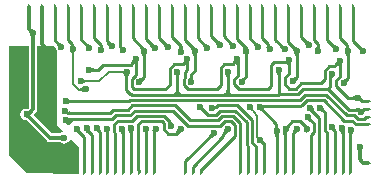
<source format=gbl>
G04*
G04 #@! TF.GenerationSoftware,Altium Limited,Altium Designer,20.0.10 (225)*
G04*
G04 Layer_Physical_Order=2*
G04 Layer_Color=16711680*
%FSLAX25Y25*%
%MOIN*%
G70*
G01*
G75*
%ADD10C,0.00787*%
%ADD42C,0.00984*%
%ADD43C,0.01181*%
%ADD44C,0.02362*%
G04:AMPARAMS|DCode=45|XSize=9.84mil|YSize=19.68mil|CornerRadius=4.92mil|HoleSize=0mil|Usage=FLASHONLY|Rotation=0.000|XOffset=0mil|YOffset=0mil|HoleType=Round|Shape=RoundedRectangle|*
%AMROUNDEDRECTD45*
21,1,0.00984,0.00984,0,0,0.0*
21,1,0.00000,0.01968,0,0,0.0*
1,1,0.00984,0.00000,-0.00492*
1,1,0.00984,0.00000,-0.00492*
1,1,0.00984,0.00000,0.00492*
1,1,0.00984,0.00000,0.00492*
%
%ADD45ROUNDEDRECTD45*%
G04:AMPARAMS|DCode=46|XSize=9.84mil|YSize=19.68mil|CornerRadius=4.92mil|HoleSize=0mil|Usage=FLASHONLY|Rotation=90.000|XOffset=0mil|YOffset=0mil|HoleType=Round|Shape=RoundedRectangle|*
%AMROUNDEDRECTD46*
21,1,0.00984,0.00984,0,0,90.0*
21,1,0.00000,0.01968,0,0,90.0*
1,1,0.00984,0.00492,0.00000*
1,1,0.00984,0.00492,0.00000*
1,1,0.00984,-0.00492,0.00000*
1,1,0.00984,-0.00492,0.00000*
%
%ADD46ROUNDEDRECTD46*%
G36*
X8143Y49290D02*
X8318Y49142D01*
X8401Y49082D01*
X8482Y49031D01*
X8561Y48989D01*
X8636Y48957D01*
X8709Y48935D01*
X8779Y48921D01*
X8846Y48917D01*
X7677Y47748D01*
X7673Y47816D01*
X7660Y47886D01*
X7637Y47958D01*
X7605Y48034D01*
X7564Y48112D01*
X7513Y48193D01*
X7453Y48276D01*
X7383Y48363D01*
X7216Y48543D01*
X8051Y49378D01*
X8143Y49290D01*
D02*
G37*
G36*
X9640Y46842D02*
X9600Y46783D01*
X9565Y46716D01*
X9534Y46640D01*
X9508Y46555D01*
X9487Y46462D01*
X9470Y46360D01*
X9458Y46250D01*
X9449Y46005D01*
X8268D01*
X8265Y46132D01*
X8247Y46360D01*
X8230Y46462D01*
X8209Y46555D01*
X8183Y46640D01*
X8152Y46716D01*
X8117Y46783D01*
X8076Y46842D01*
X8032Y46893D01*
X9685D01*
X9640Y46842D01*
D02*
G37*
G36*
X99962Y45296D02*
X100049Y45223D01*
X100137Y45158D01*
X100226Y45102D01*
X100316Y45055D01*
X100407Y45017D01*
X100498Y44987D01*
X100590Y44966D01*
X100682Y44954D01*
X100776Y44951D01*
X99606Y43782D01*
X99603Y43875D01*
X99591Y43968D01*
X99570Y44059D01*
X99540Y44151D01*
X99502Y44241D01*
X99455Y44331D01*
X99399Y44420D01*
X99334Y44508D01*
X99261Y44595D01*
X99179Y44682D01*
X99875Y45378D01*
X99962Y45296D01*
D02*
G37*
G36*
X70237Y45227D02*
X70325Y45154D01*
X70413Y45089D01*
X70502Y45033D01*
X70592Y44986D01*
X70682Y44948D01*
X70773Y44918D01*
X70865Y44897D01*
X70958Y44885D01*
X71051Y44882D01*
X69882Y43713D01*
X69879Y43806D01*
X69866Y43899D01*
X69845Y43990D01*
X69816Y44082D01*
X69778Y44172D01*
X69730Y44262D01*
X69674Y44351D01*
X69610Y44439D01*
X69537Y44526D01*
X69455Y44613D01*
X70151Y45309D01*
X70237Y45227D01*
D02*
G37*
G36*
X74863Y44833D02*
X74951Y44760D01*
X75039Y44696D01*
X75128Y44640D01*
X75218Y44593D01*
X75308Y44554D01*
X75399Y44525D01*
X75491Y44504D01*
X75584Y44492D01*
X75677Y44488D01*
X74508Y43319D01*
X74505Y43412D01*
X74492Y43505D01*
X74471Y43597D01*
X74442Y43688D01*
X74404Y43778D01*
X74356Y43868D01*
X74300Y43957D01*
X74236Y44045D01*
X74163Y44133D01*
X74081Y44219D01*
X74777Y44915D01*
X74863Y44833D01*
D02*
G37*
G36*
X34214Y44753D02*
X34301Y44680D01*
X34389Y44615D01*
X34479Y44559D01*
X34568Y44512D01*
X34659Y44474D01*
X34750Y44445D01*
X34842Y44424D01*
X34934Y44411D01*
X35028Y44408D01*
X33858Y43239D01*
X33855Y43332D01*
X33843Y43425D01*
X33822Y43517D01*
X33792Y43608D01*
X33754Y43698D01*
X33707Y43788D01*
X33651Y43877D01*
X33586Y43965D01*
X33513Y44052D01*
X33431Y44139D01*
X34127Y44835D01*
X34214Y44753D01*
D02*
G37*
G36*
X83131Y44636D02*
X83219Y44563D01*
X83307Y44499D01*
X83396Y44443D01*
X83486Y44396D01*
X83576Y44357D01*
X83667Y44328D01*
X83759Y44307D01*
X83851Y44295D01*
X83945Y44291D01*
X82776Y43122D01*
X82772Y43215D01*
X82760Y43308D01*
X82739Y43400D01*
X82710Y43491D01*
X82671Y43582D01*
X82624Y43671D01*
X82568Y43760D01*
X82504Y43848D01*
X82430Y43936D01*
X82348Y44023D01*
X83044Y44719D01*
X83131Y44636D01*
D02*
G37*
G36*
X17481D02*
X17569Y44563D01*
X17657Y44499D01*
X17746Y44443D01*
X17836Y44396D01*
X17926Y44357D01*
X18017Y44328D01*
X18109Y44307D01*
X18202Y44295D01*
X18295Y44291D01*
X17126Y43122D01*
X17123Y43215D01*
X17110Y43308D01*
X17090Y43400D01*
X17060Y43491D01*
X17022Y43582D01*
X16974Y43671D01*
X16919Y43760D01*
X16854Y43848D01*
X16781Y43936D01*
X16699Y44023D01*
X17395Y44719D01*
X17481Y44636D01*
D02*
G37*
G36*
X53013Y44440D02*
X53101Y44366D01*
X53189Y44302D01*
X53278Y44246D01*
X53367Y44199D01*
X53458Y44161D01*
X53549Y44131D01*
X53641Y44110D01*
X53733Y44098D01*
X53827Y44094D01*
X52658Y42925D01*
X52654Y43018D01*
X52642Y43111D01*
X52621Y43203D01*
X52591Y43294D01*
X52553Y43385D01*
X52506Y43474D01*
X52450Y43563D01*
X52386Y43652D01*
X52312Y43739D01*
X52230Y43826D01*
X52926Y44522D01*
X53013Y44440D01*
D02*
G37*
G36*
X66104Y44341D02*
X66191Y44268D01*
X66279Y44203D01*
X66368Y44148D01*
X66458Y44100D01*
X66548Y44062D01*
X66640Y44032D01*
X66731Y44012D01*
X66824Y43999D01*
X66917Y43996D01*
X65748Y42827D01*
X65745Y42920D01*
X65733Y43013D01*
X65712Y43105D01*
X65682Y43196D01*
X65644Y43286D01*
X65596Y43376D01*
X65541Y43465D01*
X65476Y43553D01*
X65403Y43641D01*
X65321Y43727D01*
X66017Y44423D01*
X66104Y44341D01*
D02*
G37*
G36*
X26832D02*
X26919Y44268D01*
X27008Y44203D01*
X27097Y44148D01*
X27186Y44100D01*
X27277Y44062D01*
X27368Y44032D01*
X27460Y44012D01*
X27552Y43999D01*
X27646Y43996D01*
X26476Y42827D01*
X26473Y42920D01*
X26461Y43013D01*
X26440Y43105D01*
X26410Y43196D01*
X26372Y43286D01*
X26325Y43376D01*
X26269Y43465D01*
X26204Y43553D01*
X26131Y43641D01*
X26049Y43727D01*
X26745Y44423D01*
X26832Y44341D01*
D02*
G37*
G36*
X87701Y43992D02*
X87713Y43880D01*
X87733Y43778D01*
X87761Y43685D01*
X87797Y43602D01*
X87841Y43529D01*
X87893Y43466D01*
X87953Y43413D01*
X88021Y43369D01*
X88097Y43336D01*
X86598Y42658D01*
X86620Y42724D01*
X86639Y42805D01*
X86656Y42901D01*
X86684Y43140D01*
X86702Y43441D01*
X86713Y44007D01*
X87697Y44114D01*
X87701Y43992D01*
D02*
G37*
G36*
X48584Y44144D02*
X48671Y44071D01*
X48760Y44007D01*
X48849Y43951D01*
X48938Y43904D01*
X49029Y43865D01*
X49120Y43836D01*
X49212Y43815D01*
X49304Y43803D01*
X49398Y43799D01*
X48228Y42630D01*
X48225Y42723D01*
X48213Y42816D01*
X48192Y42908D01*
X48162Y42999D01*
X48124Y43089D01*
X48077Y43179D01*
X48021Y43268D01*
X47956Y43356D01*
X47883Y43444D01*
X47801Y43530D01*
X48497Y44226D01*
X48584Y44144D01*
D02*
G37*
G36*
X104432Y43392D02*
X104443Y43279D01*
X104459Y43171D01*
X104483Y43068D01*
X104513Y42972D01*
X104550Y42881D01*
X104593Y42795D01*
X104643Y42715D01*
X104700Y42641D01*
X104764Y42573D01*
X103110Y42573D01*
X103174Y42641D01*
X103231Y42715D01*
X103281Y42795D01*
X103324Y42880D01*
X103361Y42972D01*
X103391Y43068D01*
X103415Y43171D01*
X103431Y43279D01*
X103442Y43392D01*
X103445Y43512D01*
X104429D01*
X104432Y43392D01*
D02*
G37*
G36*
X38141Y43618D02*
X38481Y43319D01*
X38502Y43310D01*
X38515Y43309D01*
X37754Y42548D01*
X37753Y42561D01*
X37744Y42582D01*
X37726Y42609D01*
X37700Y42644D01*
X37623Y42734D01*
X37369Y42998D01*
X38065Y43694D01*
X38141Y43618D01*
D02*
G37*
G36*
X109115Y44046D02*
X109203Y43973D01*
X109291Y43908D01*
X109380Y43852D01*
X109470Y43805D01*
X109560Y43767D01*
X109651Y43737D01*
X109743Y43716D01*
X109836Y43704D01*
X109929Y43701D01*
X108760Y42531D01*
X108756Y42625D01*
X108744Y42717D01*
X108723Y42809D01*
X108694Y42900D01*
X108655Y42991D01*
X108608Y43081D01*
X108553Y43170D01*
X108488Y43258D01*
X108415Y43345D01*
X108333Y43432D01*
X109029Y44128D01*
X109115Y44046D01*
D02*
G37*
G36*
X114128Y43449D02*
X114139Y43335D01*
X114156Y43228D01*
X114181Y43128D01*
X114213Y43036D01*
X114252Y42951D01*
X114297Y42873D01*
X114350Y42803D01*
X114410Y42740D01*
X114478Y42685D01*
X112867Y42483D01*
X112919Y42552D01*
X112966Y42627D01*
X113007Y42708D01*
X113042Y42794D01*
X113072Y42886D01*
X113097Y42984D01*
X113116Y43088D01*
X113129Y43198D01*
X113137Y43313D01*
X113140Y43434D01*
X114125Y43571D01*
X114128Y43449D01*
D02*
G37*
G36*
X58565Y43080D02*
X58581Y42854D01*
X58595Y42757D01*
X58612Y42670D01*
X58634Y42594D01*
X58659Y42529D01*
X58689Y42474D01*
X58722Y42430D01*
X58760Y42396D01*
X57382D01*
X57419Y42430D01*
X57453Y42474D01*
X57482Y42529D01*
X57508Y42594D01*
X57529Y42670D01*
X57547Y42757D01*
X57561Y42854D01*
X57577Y43080D01*
X57579Y43209D01*
X58563D01*
X58565Y43080D01*
D02*
G37*
G36*
X79625Y43548D02*
X80380Y42882D01*
X80447Y42840D01*
X80503Y42810D01*
X78961Y42255D01*
X78991Y42331D01*
X79010Y42409D01*
X79015Y42488D01*
X79008Y42569D01*
X78988Y42651D01*
X78955Y42734D01*
X78910Y42819D01*
X78852Y42906D01*
X78781Y42993D01*
X78698Y43082D01*
X79476Y43696D01*
X79625Y43548D01*
D02*
G37*
G36*
X91891Y43751D02*
X91979Y43677D01*
X92067Y43613D01*
X92156Y43557D01*
X92245Y43510D01*
X92336Y43472D01*
X92427Y43442D01*
X92519Y43421D01*
X92611Y43409D01*
X92705Y43406D01*
X91536Y42236D01*
X91532Y42330D01*
X91520Y42422D01*
X91499Y42514D01*
X91469Y42605D01*
X91431Y42696D01*
X91384Y42785D01*
X91328Y42874D01*
X91264Y42963D01*
X91190Y43050D01*
X91108Y43137D01*
X91804Y43833D01*
X91891Y43751D01*
D02*
G37*
G36*
X45344Y43327D02*
X45515Y43182D01*
X45601Y43120D01*
X45687Y43064D01*
X45774Y43015D01*
X45860Y42973D01*
X45946Y42937D01*
X46032Y42908D01*
X46118Y42886D01*
X44717Y42007D01*
X44733Y42096D01*
X44738Y42185D01*
X44732Y42274D01*
X44715Y42362D01*
X44687Y42450D01*
X44649Y42539D01*
X44599Y42627D01*
X44538Y42715D01*
X44467Y42803D01*
X44384Y42891D01*
X45258Y43410D01*
X45344Y43327D01*
D02*
G37*
G36*
X62174Y43327D02*
X62346Y43182D01*
X62432Y43120D01*
X62518Y43064D01*
X62604Y43015D01*
X62690Y42973D01*
X62776Y42937D01*
X62863Y42908D01*
X62949Y42886D01*
X61548Y42007D01*
X61564Y42096D01*
X61569Y42185D01*
X61563Y42274D01*
X61546Y42362D01*
X61518Y42450D01*
X61479Y42539D01*
X61430Y42627D01*
X61369Y42715D01*
X61297Y42803D01*
X61215Y42891D01*
X62088Y43410D01*
X62174Y43327D01*
D02*
G37*
G36*
X117875Y43357D02*
X117963Y43284D01*
X118051Y43219D01*
X118140Y43163D01*
X118230Y43116D01*
X118320Y43078D01*
X118411Y43048D01*
X118503Y43027D01*
X118596Y43015D01*
X118689Y43012D01*
X117520Y41842D01*
X117516Y41936D01*
X117504Y42028D01*
X117483Y42120D01*
X117454Y42211D01*
X117415Y42302D01*
X117368Y42392D01*
X117312Y42481D01*
X117248Y42569D01*
X117174Y42656D01*
X117093Y42743D01*
X117789Y43439D01*
X117875Y43357D01*
D02*
G37*
G36*
X96025Y43259D02*
X96112Y43185D01*
X96201Y43121D01*
X96289Y43065D01*
X96379Y43018D01*
X96470Y42979D01*
X96561Y42950D01*
X96653Y42929D01*
X96745Y42917D01*
X96839Y42913D01*
X95669Y41744D01*
X95666Y41837D01*
X95654Y41930D01*
X95633Y42022D01*
X95603Y42113D01*
X95565Y42204D01*
X95518Y42293D01*
X95462Y42382D01*
X95397Y42470D01*
X95324Y42558D01*
X95242Y42645D01*
X95938Y43341D01*
X96025Y43259D01*
D02*
G37*
G36*
X22866Y41598D02*
X22792Y41509D01*
X22727Y41418D01*
X22671Y41324D01*
X22623Y41227D01*
X22584Y41128D01*
X22554Y41026D01*
X22532Y40922D01*
X22519Y40815D01*
X22515Y40705D01*
X21727D01*
X21723Y40815D01*
X21710Y40922D01*
X21688Y41026D01*
X21658Y41128D01*
X21619Y41227D01*
X21572Y41324D01*
X21515Y41418D01*
X21450Y41509D01*
X21377Y41598D01*
X21294Y41684D01*
X22948D01*
X22866Y41598D01*
D02*
G37*
G36*
X46629Y40820D02*
X46572Y40746D01*
X46522Y40667D01*
X46479Y40581D01*
X46442Y40490D01*
X46412Y40393D01*
X46388Y40291D01*
X46372Y40183D01*
X46362Y40069D01*
X46358Y39950D01*
X45374D01*
X45371Y40069D01*
X45361Y40183D01*
X45344Y40291D01*
X45320Y40393D01*
X45290Y40490D01*
X45254Y40581D01*
X45210Y40667D01*
X45160Y40746D01*
X45103Y40820D01*
X45039Y40889D01*
X46693D01*
X46629Y40820D01*
D02*
G37*
G36*
X114543Y40820D02*
X114486Y40746D01*
X114436Y40667D01*
X114392Y40581D01*
X114355Y40490D01*
X114325Y40393D01*
X114302Y40291D01*
X114285Y40183D01*
X114275Y40069D01*
X114272Y39950D01*
X113287D01*
X113284Y40069D01*
X113274Y40183D01*
X113257Y40291D01*
X113234Y40393D01*
X113204Y40490D01*
X113167Y40581D01*
X113123Y40667D01*
X113073Y40746D01*
X113016Y40820D01*
X112953Y40889D01*
X114606D01*
X114543Y40820D01*
D02*
G37*
G36*
X97614Y40820D02*
X97557Y40746D01*
X97506Y40667D01*
X97463Y40581D01*
X97426Y40490D01*
X97396Y40393D01*
X97373Y40291D01*
X97356Y40183D01*
X97346Y40069D01*
X97342Y39950D01*
X96358D01*
X96355Y40069D01*
X96345Y40183D01*
X96328Y40291D01*
X96305Y40393D01*
X96275Y40490D01*
X96238Y40581D01*
X96194Y40667D01*
X96144Y40746D01*
X96087Y40820D01*
X96024Y40889D01*
X97677D01*
X97614Y40820D01*
D02*
G37*
G36*
X80783D02*
X80726Y40746D01*
X80676Y40667D01*
X80632Y40581D01*
X80595Y40490D01*
X80565Y40393D01*
X80542Y40291D01*
X80525Y40183D01*
X80515Y40069D01*
X80512Y39950D01*
X79528D01*
X79524Y40069D01*
X79514Y40183D01*
X79497Y40291D01*
X79474Y40393D01*
X79444Y40490D01*
X79407Y40581D01*
X79364Y40667D01*
X79313Y40746D01*
X79256Y40820D01*
X79193Y40889D01*
X80847D01*
X80783Y40820D01*
D02*
G37*
G36*
X63460Y40820D02*
X63403Y40746D01*
X63353Y40667D01*
X63310Y40581D01*
X63273Y40490D01*
X63243Y40393D01*
X63219Y40291D01*
X63202Y40183D01*
X63192Y40069D01*
X63189Y39950D01*
X62205D01*
X62201Y40069D01*
X62191Y40183D01*
X62175Y40291D01*
X62151Y40393D01*
X62121Y40490D01*
X62084Y40581D01*
X62041Y40667D01*
X61991Y40746D01*
X61934Y40820D01*
X61870Y40889D01*
X63524D01*
X63460Y40820D01*
D02*
G37*
G36*
X60010Y38074D02*
X61063D01*
X60999Y38006D01*
X60943Y37931D01*
X60892Y37852D01*
X60849Y37766D01*
X60812Y37675D01*
X60782Y37578D01*
X60759Y37476D01*
X60742Y37368D01*
X60732Y37254D01*
X60728Y37135D01*
X59744D01*
X59741Y37254D01*
X59739Y37278D01*
X59733Y37273D01*
X59493Y37045D01*
X58779Y37723D01*
X58862Y37811D01*
X58933Y37899D01*
X58993Y37987D01*
X59042Y38075D01*
X59079Y38163D01*
X59106Y38250D01*
X59121Y38338D01*
X59125Y38425D01*
X59117Y38513D01*
X59099Y38600D01*
X60010Y38074D01*
D02*
G37*
G36*
X42868Y38048D02*
X44044D01*
X43980Y37980D01*
X43923Y37905D01*
X43873Y37826D01*
X43830Y37740D01*
X43793Y37649D01*
X43763Y37552D01*
X43739Y37450D01*
X43723Y37342D01*
X43712Y37228D01*
X43709Y37109D01*
X42725D01*
X42722Y37228D01*
X42711Y37342D01*
X42695Y37450D01*
X42671Y37552D01*
X42667Y37565D01*
X42656Y37559D01*
X42567Y37503D01*
X42479Y37438D01*
X42391Y37365D01*
X42305Y37283D01*
X41609Y37979D01*
X41691Y38066D01*
X41764Y38153D01*
X41829Y38242D01*
X41884Y38331D01*
X41932Y38420D01*
X41970Y38511D01*
X42000Y38602D01*
X42020Y38694D01*
X42033Y38786D01*
X42036Y38880D01*
X42868Y38048D01*
D02*
G37*
G36*
X76680Y37974D02*
X77924Y38184D01*
X77874Y38108D01*
X77828Y38028D01*
X77788Y37942D01*
X77754Y37852D01*
X77724Y37757D01*
X77700Y37657D01*
X77681Y37552D01*
X77668Y37443D01*
X77658Y37210D01*
X76673Y37026D01*
X76669Y37146D01*
X76658Y37259D01*
X76639Y37365D01*
X76613Y37464D01*
X76578Y37556D01*
X76550Y37615D01*
X76497Y37593D01*
X76408Y37545D01*
X76319Y37490D01*
X76231Y37425D01*
X76143Y37352D01*
X76056Y37270D01*
X75360Y37966D01*
X75442Y38052D01*
X75516Y38140D01*
X75580Y38228D01*
X75636Y38317D01*
X75683Y38407D01*
X75721Y38497D01*
X75751Y38588D01*
X75772Y38680D01*
X75784Y38773D01*
X75788Y38866D01*
X76680Y37974D01*
D02*
G37*
G36*
X94858Y37868D02*
X94801Y37794D01*
X94751Y37714D01*
X94707Y37628D01*
X94670Y37537D01*
X94640Y37441D01*
X94617Y37338D01*
X94600Y37230D01*
X94590Y37117D01*
X94587Y36997D01*
X93602D01*
X93599Y37117D01*
X93589Y37230D01*
X93572Y37338D01*
X93549Y37441D01*
X93519Y37537D01*
X93482Y37628D01*
X93438Y37714D01*
X93388Y37794D01*
X93331Y37868D01*
X93268Y37936D01*
X94921D01*
X94858Y37868D01*
D02*
G37*
G36*
X110678Y37539D02*
X111858Y37550D01*
X111795Y37481D01*
X111739Y37406D01*
X111689Y37326D01*
X111646Y37240D01*
X111609Y37149D01*
X111580Y37052D01*
X111556Y36950D01*
X111540Y36841D01*
X111530Y36728D01*
X111527Y36608D01*
X110542Y36599D01*
X110539Y36718D01*
X110529Y36832D01*
X110512Y36940D01*
X110488Y37042D01*
X110482Y37063D01*
X110463Y37053D01*
X110374Y36997D01*
X110286Y36933D01*
X110198Y36860D01*
X110111Y36778D01*
X109415Y37473D01*
X109497Y37560D01*
X109571Y37648D01*
X109635Y37736D01*
X109691Y37825D01*
X109738Y37915D01*
X109776Y38005D01*
X109806Y38096D01*
X109827Y38188D01*
X109839Y38281D01*
X109843Y38374D01*
X110678Y37539D01*
D02*
G37*
G36*
X28569Y36111D02*
X28643Y36055D01*
X28723Y36004D01*
X28809Y35961D01*
X28900Y35924D01*
X28996Y35894D01*
X29099Y35870D01*
X29207Y35854D01*
X29320Y35844D01*
X29440Y35840D01*
Y34856D01*
X29320Y34853D01*
X29207Y34843D01*
X29099Y34826D01*
X28996Y34802D01*
X28900Y34772D01*
X28809Y34736D01*
X28723Y34692D01*
X28643Y34642D01*
X28569Y34585D01*
X28501Y34521D01*
Y36175D01*
X28569Y36111D01*
D02*
G37*
G36*
X91511Y34423D02*
X91454Y34349D01*
X91404Y34269D01*
X91361Y34183D01*
X91324Y34093D01*
X91294Y33996D01*
X91270Y33893D01*
X91254Y33785D01*
X91243Y33672D01*
X91240Y33552D01*
X90256D01*
X90253Y33672D01*
X90242Y33785D01*
X90226Y33893D01*
X90202Y33996D01*
X90172Y34093D01*
X90135Y34183D01*
X90092Y34269D01*
X90042Y34349D01*
X89985Y34423D01*
X89921Y34491D01*
X91575D01*
X91511Y34423D01*
D02*
G37*
G36*
X57751Y33832D02*
X57695Y33758D01*
X57644Y33678D01*
X57601Y33593D01*
X57564Y33502D01*
X57534Y33405D01*
X57510Y33303D01*
X57494Y33195D01*
X57484Y33081D01*
X57480Y32962D01*
X56496D01*
X56493Y33081D01*
X56483Y33195D01*
X56466Y33303D01*
X56442Y33405D01*
X56412Y33502D01*
X56376Y33593D01*
X56332Y33678D01*
X56282Y33758D01*
X56225Y33832D01*
X56161Y33901D01*
X57815D01*
X57751Y33832D01*
D02*
G37*
G36*
X74690Y33676D02*
X74618Y33620D01*
X74554Y33557D01*
X74497Y33486D01*
X74448Y33408D01*
X74406Y33324D01*
X74372Y33232D01*
X74345Y33133D01*
X74326Y33027D01*
X74315Y32914D01*
X74311Y32794D01*
X73327Y32978D01*
X73324Y33097D01*
X73303Y33320D01*
X73284Y33425D01*
X73260Y33525D01*
X73231Y33620D01*
X73196Y33710D01*
X73156Y33795D01*
X73111Y33876D01*
X73060Y33952D01*
X74690Y33676D01*
D02*
G37*
G36*
X39511Y34097D02*
X40755Y33535D01*
X40678Y33501D01*
X40610Y33457D01*
X40550Y33404D01*
X40498Y33341D01*
X40454Y33268D01*
X40418Y33185D01*
X40390Y33092D01*
X40370Y32990D01*
X40358Y32878D01*
X40354Y32756D01*
X39370Y32863D01*
X39369Y33067D01*
X39314Y33969D01*
X39310Y33994D01*
X39244Y34040D01*
X39151Y34096D01*
X39054Y34144D01*
X38955Y34183D01*
X38853Y34213D01*
X38749Y34235D01*
X38642Y34248D01*
X38532Y34252D01*
Y35039D01*
X38642Y35044D01*
X38749Y35057D01*
X38853Y35078D01*
X38955Y35109D01*
X39054Y35148D01*
X39151Y35195D01*
X39244Y35252D01*
X39336Y35317D01*
X39425Y35390D01*
X39511Y35473D01*
Y34097D01*
D02*
G37*
G36*
X62110Y33061D02*
X62120Y32947D01*
X62136Y32839D01*
X62160Y32737D01*
X62190Y32640D01*
X62227Y32549D01*
X62270Y32463D01*
X62321Y32384D01*
X62377Y32310D01*
X62441Y32241D01*
X60787D01*
X60851Y32310D01*
X60908Y32384D01*
X60958Y32463D01*
X61002Y32549D01*
X61038Y32640D01*
X61068Y32737D01*
X61092Y32839D01*
X61109Y32947D01*
X61119Y33061D01*
X61122Y33180D01*
X62106D01*
X62110Y33061D01*
D02*
G37*
G36*
X96950Y32584D02*
X96868Y32497D01*
X96795Y32410D01*
X96732Y32321D01*
X96678Y32232D01*
X96634Y32142D01*
X96599Y32052D01*
X96573Y31961D01*
X96556Y31869D01*
X96549Y31777D01*
X96552Y31684D01*
X95308Y32774D01*
X95401Y32783D01*
X95493Y32800D01*
X95584Y32826D01*
X95675Y32859D01*
X95765Y32901D01*
X95854Y32950D01*
X95943Y33008D01*
X96030Y33074D01*
X96118Y33148D01*
X96204Y33230D01*
X96950Y32584D01*
D02*
G37*
G36*
X80025Y32557D02*
X79943Y32469D01*
X79871Y32381D01*
X79811Y32292D01*
X79761Y32204D01*
X79722Y32116D01*
X79694Y32027D01*
X79677Y31939D01*
X79671Y31850D01*
X79676Y31762D01*
X79692Y31673D01*
X78291Y32552D01*
X78377Y32574D01*
X78464Y32603D01*
X78550Y32638D01*
X78636Y32681D01*
X78722Y32730D01*
X78808Y32785D01*
X78894Y32848D01*
X79066Y32993D01*
X79152Y33075D01*
X80025Y32557D01*
D02*
G37*
G36*
X45915Y32266D02*
X45833Y32179D01*
X45759Y32092D01*
X45694Y32004D01*
X45637Y31915D01*
X45589Y31826D01*
X45549Y31736D01*
X45517Y31644D01*
X45494Y31553D01*
X45479Y31460D01*
X45472Y31367D01*
X44345Y32578D01*
X44439Y32578D01*
X44531Y32587D01*
X44623Y32606D01*
X44714Y32633D01*
X44805Y32670D01*
X44894Y32715D01*
X44984Y32770D01*
X45072Y32834D01*
X45160Y32907D01*
X45246Y32989D01*
X45915Y32266D01*
D02*
G37*
G36*
X113914Y32017D02*
X113831Y31929D01*
X113760Y31841D01*
X113698Y31753D01*
X113647Y31664D01*
X113607Y31575D01*
X113577Y31486D01*
X113557Y31396D01*
X113549Y31307D01*
X113550Y31216D01*
X113562Y31126D01*
X112204Y32070D01*
X112294Y32089D01*
X112382Y32114D01*
X112470Y32147D01*
X112558Y32187D01*
X112646Y32234D01*
X112733Y32288D01*
X112820Y32349D01*
X112907Y32417D01*
X113079Y32574D01*
X113914Y32017D01*
D02*
G37*
G36*
X25642Y32352D02*
X25731Y32278D01*
X25822Y32214D01*
X25916Y32157D01*
X26013Y32110D01*
X26112Y32071D01*
X26213Y32040D01*
X26318Y32019D01*
X26425Y32006D01*
X26534Y32001D01*
Y31214D01*
X26425Y31210D01*
X26318Y31197D01*
X26213Y31175D01*
X26112Y31145D01*
X26013Y31106D01*
X25916Y31058D01*
X25822Y31002D01*
X25731Y30937D01*
X25642Y30863D01*
X25556Y30781D01*
Y32434D01*
X25642Y32352D01*
D02*
G37*
G36*
X25630Y28047D02*
X25536Y28124D01*
X25440Y28192D01*
X25343Y28252D01*
X25245Y28304D01*
X25144Y28349D01*
X25043Y28385D01*
X24939Y28413D01*
X24834Y28433D01*
X24727Y28445D01*
X24619Y28449D01*
X24549Y29237D01*
X24660Y29241D01*
X24767Y29255D01*
X24871Y29278D01*
X24971Y29310D01*
X25067Y29351D01*
X25159Y29402D01*
X25248Y29461D01*
X25333Y29530D01*
X25414Y29608D01*
X25492Y29695D01*
X25630Y28047D01*
D02*
G37*
G36*
X74321Y28455D02*
X74350Y28287D01*
X74400Y28140D01*
X74468Y28012D01*
X74557Y27904D01*
X74665Y27815D01*
X74793Y27746D01*
X74941Y27697D01*
X75108Y27667D01*
X75295Y27657D01*
X73819Y26673D01*
X72342Y27657D01*
X72530Y27667D01*
X72697Y27697D01*
X72844Y27746D01*
X72972Y27815D01*
X73081Y27904D01*
X73169Y28012D01*
X73238Y28140D01*
X73287Y28288D01*
X73317Y28455D01*
X73327Y28642D01*
X74311D01*
X74321Y28455D01*
D02*
G37*
G36*
X57490D02*
X57520Y28287D01*
X57569Y28140D01*
X57638Y28012D01*
X57726Y27904D01*
X57835Y27815D01*
X57963Y27746D01*
X58110Y27697D01*
X58278Y27667D01*
X58465Y27657D01*
X56988Y26673D01*
X55512Y27657D01*
X55699Y27667D01*
X55866Y27697D01*
X56014Y27746D01*
X56142Y27815D01*
X56250Y27904D01*
X56339Y28012D01*
X56407Y28140D01*
X56457Y28288D01*
X56486Y28455D01*
X56496Y28642D01*
X57480D01*
X57490Y28455D01*
D02*
G37*
G36*
X116470Y25256D02*
X116401Y25319D01*
X116327Y25376D01*
X116247Y25427D01*
X116162Y25470D01*
X116071Y25507D01*
X115974Y25537D01*
X115872Y25561D01*
X115764Y25577D01*
X115650Y25587D01*
X115531Y25591D01*
Y26575D01*
X115650Y26578D01*
X115764Y26588D01*
X115872Y26605D01*
X115974Y26628D01*
X116071Y26658D01*
X116162Y26695D01*
X116247Y26739D01*
X116327Y26789D01*
X116401Y26846D01*
X116470Y26910D01*
Y25256D01*
D02*
G37*
G36*
X20695Y25665D02*
X20770Y25608D01*
X20849Y25558D01*
X20935Y25514D01*
X21026Y25477D01*
X21122Y25447D01*
X21225Y25424D01*
X21333Y25407D01*
X21447Y25397D01*
X21566Y25394D01*
Y24409D01*
X21447Y24406D01*
X21333Y24396D01*
X21225Y24379D01*
X21122Y24356D01*
X21026Y24326D01*
X20935Y24289D01*
X20849Y24246D01*
X20770Y24195D01*
X20695Y24138D01*
X20627Y24075D01*
Y25728D01*
X20695Y25665D01*
D02*
G37*
G36*
X7453Y22826D02*
X7120Y22493D01*
X6693Y22578D01*
X5925Y22425D01*
X5274Y21990D01*
X4839Y21339D01*
X4686Y20571D01*
X4839Y19803D01*
X5274Y19152D01*
X5925Y18717D01*
X6693Y18564D01*
X6710Y18567D01*
X13475Y11802D01*
X13931Y11497D01*
X14469Y11390D01*
X17764D01*
X17774Y11376D01*
X18425Y10941D01*
X19193Y10788D01*
X19961Y10941D01*
X20612Y11376D01*
X21047Y12027D01*
X21080Y12189D01*
X21456Y12304D01*
X24311Y9449D01*
Y1113D01*
X24032Y836D01*
X6863Y913D01*
X879Y6896D01*
X984Y43406D01*
X7453D01*
Y22826D01*
D02*
G37*
G36*
X8365Y20915D02*
X8273Y20822D01*
X7940Y20440D01*
X7903Y20386D01*
X7914Y20349D01*
X7946Y20273D01*
X7987Y20195D01*
X8038Y20114D01*
X8098Y20031D01*
X8168Y19944D01*
X8335Y19764D01*
X7500Y18929D01*
X7408Y19017D01*
X7233Y19165D01*
X7150Y19226D01*
X7069Y19276D01*
X6991Y19318D01*
X6915Y19350D01*
X6842Y19373D01*
X6772Y19386D01*
X6705Y19390D01*
X7730Y20415D01*
X7052Y21696D01*
X7118Y21681D01*
X7186Y21678D01*
X7258Y21686D01*
X7332Y21705D01*
X7409Y21736D01*
X7490Y21778D01*
X7573Y21832D01*
X7659Y21897D01*
X7748Y21973D01*
X7840Y22061D01*
X8365Y20915D01*
D02*
G37*
G36*
X85633Y22828D02*
X85645Y22735D01*
X85666Y22644D01*
X85696Y22552D01*
X85734Y22462D01*
X85781Y22372D01*
X85837Y22283D01*
X85902Y22195D01*
X85975Y22107D01*
X86057Y22021D01*
X85361Y21325D01*
X85274Y21407D01*
X85187Y21480D01*
X85099Y21545D01*
X85010Y21600D01*
X84920Y21648D01*
X84830Y21686D01*
X84738Y21716D01*
X84647Y21736D01*
X84554Y21749D01*
X84461Y21752D01*
X85630Y22921D01*
X85633Y22828D01*
D02*
G37*
G36*
X65751Y22828D02*
X65764Y22735D01*
X65785Y22643D01*
X65814Y22552D01*
X65852Y22462D01*
X65899Y22372D01*
X65955Y22283D01*
X66020Y22195D01*
X66093Y22107D01*
X66175Y22021D01*
X65479Y21325D01*
X65393Y21407D01*
X65305Y21480D01*
X65217Y21545D01*
X65128Y21600D01*
X65038Y21648D01*
X64948Y21686D01*
X64857Y21716D01*
X64765Y21736D01*
X64672Y21749D01*
X64579Y21752D01*
X65748Y22921D01*
X65751Y22828D01*
D02*
G37*
G36*
X105716Y22716D02*
X105734Y22624D01*
X105760Y22533D01*
X105794Y22443D01*
X105835Y22353D01*
X105885Y22264D01*
X105943Y22175D01*
X106009Y22087D01*
X106083Y22000D01*
X106165Y21914D01*
X105524Y21163D01*
X105437Y21245D01*
X105349Y21318D01*
X105261Y21381D01*
X105172Y21435D01*
X105082Y21479D01*
X104992Y21514D01*
X104901Y21539D01*
X104809Y21555D01*
X104717Y21562D01*
X104624Y21559D01*
X105706Y22809D01*
X105716Y22716D01*
D02*
G37*
G36*
X116982Y21161D02*
X116955Y21236D01*
X116918Y21303D01*
X116870Y21362D01*
X116812Y21413D01*
X116742Y21457D01*
X116662Y21492D01*
X116572Y21520D01*
X116470Y21539D01*
X116358Y21551D01*
X116236Y21555D01*
X116384Y22539D01*
X117746Y22589D01*
X116982Y21161D01*
D02*
G37*
G36*
X102434Y22449D02*
X102434Y22359D01*
X102445Y22268D01*
X102465Y22178D01*
X102496Y22089D01*
X102537Y22000D01*
X102589Y21911D01*
X102650Y21822D01*
X102722Y21734D01*
X102805Y21647D01*
X101987Y21072D01*
X101901Y21154D01*
X101728Y21297D01*
X101640Y21358D01*
X101553Y21411D01*
X101464Y21457D01*
X101376Y21495D01*
X101287Y21527D01*
X101197Y21551D01*
X101107Y21568D01*
X102444Y22540D01*
X102434Y22449D01*
D02*
G37*
G36*
X20875Y21740D02*
X20897Y21680D01*
X20932Y21628D01*
X20980Y21583D01*
X21041Y21544D01*
X21115Y21513D01*
X21201Y21488D01*
X21300Y21471D01*
X21412Y21460D01*
X21537Y21457D01*
X21274Y20472D01*
X19905Y20592D01*
X20865Y21806D01*
X20875Y21740D01*
D02*
G37*
G36*
X120649Y19358D02*
X120613Y19370D01*
X120564Y19364D01*
X120501Y19340D01*
X120426Y19297D01*
X120338Y19237D01*
X120236Y19158D01*
X119993Y18946D01*
X119698Y18661D01*
X119002Y19357D01*
X119725Y20023D01*
X120649Y19358D01*
D02*
G37*
G36*
X101578Y19470D02*
X101590Y19378D01*
X101611Y19286D01*
X101641Y19195D01*
X101679Y19104D01*
X101726Y19015D01*
X101782Y18926D01*
X101847Y18837D01*
X101920Y18750D01*
X102002Y18663D01*
X101306Y17967D01*
X101219Y18049D01*
X101132Y18123D01*
X101044Y18187D01*
X100955Y18243D01*
X100865Y18290D01*
X100775Y18328D01*
X100683Y18358D01*
X100592Y18379D01*
X100499Y18391D01*
X100406Y18395D01*
X101575Y19564D01*
X101578Y19470D01*
D02*
G37*
G36*
X21791Y18525D02*
X20642Y17792D01*
X20772Y19249D01*
X21391Y19517D01*
X21791Y18525D01*
D02*
G37*
G36*
X90418Y16780D02*
X90429Y16667D01*
X90448Y16560D01*
X90473Y16460D01*
X90507Y16366D01*
X90547Y16280D01*
X90595Y16199D01*
X90650Y16126D01*
X90713Y16059D01*
X90783Y15998D01*
X89140Y15807D01*
X89195Y15881D01*
X89245Y15961D01*
X89288Y16045D01*
X89326Y16134D01*
X89358Y16228D01*
X89384Y16327D01*
X89404Y16431D01*
X89419Y16540D01*
X89427Y16654D01*
X89430Y16773D01*
X90415Y16900D01*
X90418Y16780D01*
D02*
G37*
G36*
X27898Y15444D02*
X27880Y15367D01*
X27875Y15288D01*
X27882Y15207D01*
X27902Y15125D01*
X27935Y15041D01*
X27980Y14956D01*
X28038Y14870D01*
X28109Y14782D01*
X28192Y14693D01*
X27101Y14392D01*
X27011Y14481D01*
X26624Y14819D01*
X26559Y14866D01*
X26440Y14939D01*
X26387Y14966D01*
X27929Y15521D01*
X27898Y15444D01*
D02*
G37*
G36*
X58068Y14678D02*
X57975Y14674D01*
X57882Y14662D01*
X57790Y14641D01*
X57699Y14612D01*
X57609Y14573D01*
X57519Y14526D01*
X57430Y14470D01*
X57342Y14406D01*
X57254Y14333D01*
X57168Y14251D01*
X56472Y14946D01*
X56554Y15033D01*
X56627Y15121D01*
X56691Y15209D01*
X56747Y15298D01*
X56794Y15388D01*
X56833Y15478D01*
X56862Y15569D01*
X56883Y15661D01*
X56895Y15754D01*
X56899Y15847D01*
X58068Y14678D01*
D02*
G37*
G36*
X16300Y43110D02*
X16453Y42342D01*
X16732Y41924D01*
Y17028D01*
X18701Y15059D01*
X18587Y14682D01*
X18425Y14650D01*
X17774Y14214D01*
X17764Y14200D01*
X15051D01*
X8926Y20325D01*
X9852Y21251D01*
X10156Y21707D01*
X10263Y22244D01*
Y43406D01*
X15996D01*
X16300Y43110D01*
D02*
G37*
G36*
X73934Y14680D02*
X73844Y14662D01*
X73755Y14637D01*
X73666Y14605D01*
X73578Y14566D01*
X73490Y14519D01*
X73402Y14466D01*
X73315Y14405D01*
X73229Y14337D01*
X73056Y14180D01*
X72230Y14746D01*
X72312Y14833D01*
X72384Y14921D01*
X72446Y15010D01*
X72497Y15098D01*
X72538Y15188D01*
X72568Y15277D01*
X72588Y15367D01*
X72598Y15457D01*
X72597Y15547D01*
X72586Y15638D01*
X73934Y14680D01*
D02*
G37*
G36*
X112726Y15426D02*
X112695Y15346D01*
X112667Y15261D01*
X112642Y15171D01*
X112605Y14977D01*
X112592Y14872D01*
X112577Y14647D01*
X112575Y14527D01*
X111591Y14160D01*
X111587Y14281D01*
X111575Y14394D01*
X111555Y14498D01*
X111527Y14593D01*
X111491Y14680D01*
X111447Y14758D01*
X111395Y14827D01*
X111335Y14888D01*
X111268Y14940D01*
X111192Y14983D01*
X112762Y15501D01*
X112726Y15426D01*
D02*
G37*
G36*
X42321Y15068D02*
X42254Y15003D01*
X42194Y14933D01*
X42141Y14856D01*
X42095Y14773D01*
X42057Y14684D01*
X42025Y14588D01*
X42000Y14487D01*
X41983Y14380D01*
X41972Y14266D01*
X41969Y14146D01*
X40984Y14208D01*
X40981Y14327D01*
X40972Y14441D01*
X40956Y14550D01*
X40934Y14653D01*
X40906Y14751D01*
X40871Y14844D01*
X40830Y14931D01*
X40783Y15014D01*
X40730Y15091D01*
X40670Y15162D01*
X42321Y15068D01*
D02*
G37*
G36*
X96937Y14567D02*
X96844Y14564D01*
X96751Y14551D01*
X96659Y14530D01*
X96568Y14501D01*
X96478Y14463D01*
X96388Y14415D01*
X96299Y14360D01*
X96211Y14295D01*
X96123Y14222D01*
X96036Y14140D01*
X95341Y14836D01*
X95423Y14922D01*
X95496Y15010D01*
X95560Y15098D01*
X95616Y15187D01*
X95663Y15277D01*
X95702Y15367D01*
X95731Y15458D01*
X95752Y15550D01*
X95764Y15643D01*
X95768Y15736D01*
X96937Y14567D01*
D02*
G37*
G36*
X24644Y15346D02*
X24636Y15259D01*
X24640Y15171D01*
X24656Y15084D01*
X24682Y14996D01*
X24720Y14908D01*
X24769Y14821D01*
X24829Y14733D01*
X24900Y14645D01*
X24983Y14556D01*
X24080Y14067D01*
X23994Y14150D01*
X23823Y14296D01*
X23738Y14359D01*
X23568Y14467D01*
X23484Y14511D01*
X23400Y14548D01*
X23316Y14579D01*
X23232Y14604D01*
X24662Y15434D01*
X24644Y15346D01*
D02*
G37*
G36*
X50203Y14776D02*
X50127Y14734D01*
X50059Y14683D01*
X49999Y14624D01*
X49947Y14556D01*
X49903Y14479D01*
X49867Y14393D01*
X49839Y14298D01*
X49819Y14195D01*
X49807Y14082D01*
X49803Y13961D01*
X48819Y14357D01*
X48817Y14477D01*
X48791Y14806D01*
X48775Y14906D01*
X48733Y15090D01*
X48707Y15174D01*
X48677Y15253D01*
X48644Y15327D01*
X50203Y14776D01*
D02*
G37*
G36*
X39463Y15352D02*
X39443Y15283D01*
X39426Y15208D01*
X39399Y15036D01*
X39380Y14836D01*
X39370Y14485D01*
X38386Y13957D01*
X38382Y14079D01*
X38370Y14191D01*
X38350Y14293D01*
X38322Y14386D01*
X38286Y14469D01*
X38242Y14541D01*
X38190Y14605D01*
X38130Y14658D01*
X38062Y14702D01*
X37986Y14735D01*
X39485Y15413D01*
X39463Y15352D01*
D02*
G37*
G36*
X34383Y15058D02*
X34339Y14977D01*
X34300Y14891D01*
X34266Y14800D01*
X34238Y14705D01*
X34215Y14605D01*
X34196Y14501D01*
X34184Y14391D01*
X34173Y14158D01*
X33189Y13954D01*
X33185Y14075D01*
X33174Y14188D01*
X33155Y14293D01*
X33128Y14392D01*
X33093Y14483D01*
X33051Y14567D01*
X33002Y14644D01*
X32944Y14714D01*
X32879Y14776D01*
X32807Y14831D01*
X34432Y15134D01*
X34383Y15058D01*
D02*
G37*
G36*
X47382Y15026D02*
X47337Y14946D01*
X47296Y14860D01*
X47262Y14770D01*
X47232Y14675D01*
X47208Y14575D01*
X47190Y14471D01*
X47176Y14361D01*
X47165Y14128D01*
X46181Y13945D01*
X46177Y14066D01*
X46166Y14179D01*
X46147Y14285D01*
X46121Y14384D01*
X46086Y14476D01*
X46045Y14560D01*
X45995Y14638D01*
X45939Y14709D01*
X45874Y14772D01*
X45802Y14829D01*
X47433Y15102D01*
X47382Y15026D01*
D02*
G37*
G36*
X93677Y14472D02*
X93602Y14442D01*
X93534Y14402D01*
X93474Y14352D01*
X93423Y14291D01*
X93379Y14220D01*
X93343Y14139D01*
X93315Y14048D01*
X93295Y13946D01*
X93283Y13834D01*
X93279Y13712D01*
X92295Y13842D01*
X92295Y14061D01*
X92232Y15147D01*
X92217Y15199D01*
X93677Y14472D01*
D02*
G37*
G36*
X115537Y14286D02*
X115465Y14230D01*
X115400Y14167D01*
X115343Y14096D01*
X115294Y14018D01*
X115252Y13934D01*
X115218Y13842D01*
X115192Y13743D01*
X115173Y13637D01*
X115161Y13524D01*
X115157Y13404D01*
X114173Y13588D01*
X114171Y13707D01*
X114149Y13930D01*
X114130Y14035D01*
X114107Y14135D01*
X114077Y14230D01*
X114042Y14320D01*
X114003Y14405D01*
X113957Y14486D01*
X113906Y14562D01*
X115537Y14286D01*
D02*
G37*
G36*
X90896Y14219D02*
X90844Y14136D01*
X90798Y14045D01*
X90759Y13946D01*
X90725Y13839D01*
X90698Y13723D01*
X90677Y13600D01*
X90662Y13468D01*
X90650Y13179D01*
X89665D01*
X89662Y13311D01*
X89651Y13435D01*
X89633Y13552D01*
X89608Y13661D01*
X89575Y13762D01*
X89536Y13856D01*
X89489Y13942D01*
X89435Y14021D01*
X89374Y14092D01*
X89306Y14155D01*
X90953Y14293D01*
X90896Y14219D01*
D02*
G37*
G36*
X69083Y13140D02*
X68989Y13136D01*
X68897Y13124D01*
X68805Y13103D01*
X68714Y13074D01*
X68623Y13035D01*
X68534Y12988D01*
X68445Y12933D01*
X68356Y12868D01*
X68269Y12795D01*
X68182Y12713D01*
X67486Y13409D01*
X67568Y13495D01*
X67642Y13583D01*
X67706Y13671D01*
X67762Y13760D01*
X67809Y13850D01*
X67847Y13940D01*
X67877Y14031D01*
X67898Y14123D01*
X67910Y14216D01*
X67914Y14309D01*
X69083Y13140D01*
D02*
G37*
G36*
X18349Y11969D02*
X18299Y12013D01*
X18240Y12054D01*
X18172Y12089D01*
X18096Y12120D01*
X18012Y12146D01*
X17919Y12167D01*
X17817Y12184D01*
X17707Y12195D01*
X17461Y12205D01*
Y13386D01*
X17588Y13388D01*
X17817Y13407D01*
X17919Y13424D01*
X18012Y13445D01*
X18096Y13471D01*
X18172Y13502D01*
X18240Y13537D01*
X18299Y13577D01*
X18349Y13622D01*
Y11969D01*
D02*
G37*
G36*
X85744Y11643D02*
X85753Y11623D01*
X85771Y11595D01*
X85796Y11561D01*
X85872Y11472D01*
X86049Y11286D01*
X86124Y11209D01*
X85428Y10514D01*
X85351Y10590D01*
X85009Y10892D01*
X84989Y10902D01*
X84976Y10903D01*
X85743Y11656D01*
X85744Y11643D01*
D02*
G37*
G36*
X118498Y8850D02*
X118458Y8790D01*
X118422Y8723D01*
X118392Y8647D01*
X118366Y8562D01*
X118344Y8469D01*
X118328Y8368D01*
X118316Y8258D01*
X118307Y8012D01*
X117125D01*
X117123Y8139D01*
X117104Y8368D01*
X117088Y8469D01*
X117066Y8562D01*
X117040Y8647D01*
X117010Y8723D01*
X116974Y8790D01*
X116934Y8850D01*
X116889Y8900D01*
X118543D01*
X118498Y8850D01*
D02*
G37*
G36*
X66071Y2419D02*
X65896Y2237D01*
X65616Y1901D01*
X65510Y1748D01*
X65428Y1604D01*
X65369Y1470D01*
X65333Y1345D01*
X65320Y1229D01*
X65330Y1123D01*
X65363Y1027D01*
X64698Y2381D01*
X64695Y2388D01*
X64711Y2414D01*
X64748Y2460D01*
X64884Y2609D01*
X65580Y3319D01*
X66071Y2419D01*
D02*
G37*
D10*
X24136Y28843D02*
X26402D01*
X39627Y34646D02*
X40059Y34214D01*
X22121Y30858D02*
Y42527D01*
Y30858D02*
X24136Y28843D01*
X40059Y33978D02*
Y34214D01*
Y33957D02*
Y33978D01*
X34027Y34646D02*
X39627D01*
X30989Y31608D02*
X34027Y34646D01*
X24712Y31608D02*
X30989D01*
X82382Y21358D02*
X83661Y20079D01*
Y13164D02*
Y20079D01*
X84623Y12031D02*
Y12202D01*
X83661Y13164D02*
X84623Y12202D01*
X82382Y21358D02*
Y21561D01*
X81988Y21955D02*
Y22343D01*
Y21955D02*
X82382Y21561D01*
D42*
X115669Y44862D02*
X118701Y41831D01*
X115669Y44862D02*
Y56406D01*
X111338Y45894D02*
Y56406D01*
X113632Y41879D02*
Y43600D01*
X111338Y45894D02*
X113632Y43600D01*
Y41879D02*
X113779Y41732D01*
X102677Y45360D02*
X103937Y44100D01*
Y41729D02*
X103937Y41729D01*
X103937Y41729D02*
Y44100D01*
X107008Y45453D02*
X109941Y42520D01*
X107008Y45453D02*
Y56406D01*
X102677Y45360D02*
Y56406D01*
X98346Y46211D02*
Y56406D01*
Y46211D02*
X100787Y43770D01*
X96850Y33180D02*
Y41732D01*
X94016Y44567D02*
X96850Y41732D01*
X94016Y44567D02*
Y56406D01*
X89685Y45256D02*
X92716Y42224D01*
X89685Y45256D02*
Y56406D01*
X85354Y46043D02*
Y56406D01*
X87205Y43090D02*
X87697Y42597D01*
X85354Y46043D02*
X87205Y44193D01*
X87697Y42224D02*
Y42597D01*
X87205Y43090D02*
Y44193D01*
X81024Y46044D02*
X83957Y43110D01*
X81024Y46044D02*
Y56406D01*
X79756Y41996D02*
X80020Y41732D01*
X76693Y45783D02*
Y56406D01*
X79756Y41996D02*
Y42720D01*
X76693Y45783D02*
X79756Y42720D01*
X80020Y33247D02*
Y42105D01*
X72362Y46634D02*
X75689Y43307D01*
X72362Y46634D02*
Y56406D01*
X68031Y46732D02*
X71063Y43701D01*
X68031Y46732D02*
Y56406D01*
X63701Y46043D02*
X66929Y42815D01*
X63701Y46043D02*
Y56406D01*
X59370Y45432D02*
X62697Y42105D01*
X59370Y45432D02*
Y56406D01*
X62697Y41732D02*
Y42105D01*
Y35191D02*
Y41732D01*
X55039Y46240D02*
X58071Y43209D01*
X55039Y46240D02*
Y56406D01*
X58071Y41437D02*
Y43209D01*
X50709Y46043D02*
Y56406D01*
Y46043D02*
X53839Y42913D01*
X46378Y45650D02*
X49409Y42618D01*
X46378Y45650D02*
Y56406D01*
X42047Y45924D02*
X45866Y42105D01*
X42047Y45924D02*
Y56406D01*
X44291Y31338D02*
X45866Y32913D01*
X37716Y43347D02*
X38878Y42185D01*
X37716Y43347D02*
Y56406D01*
X33386Y44881D02*
X35039Y43227D01*
X33386Y44881D02*
Y56406D01*
X29055Y46043D02*
Y56406D01*
X31412Y42269D02*
X31496Y42185D01*
X31412Y42269D02*
Y43687D01*
X29055Y46043D02*
X31412Y43687D01*
X24724Y45748D02*
X27657Y42815D01*
X24724Y45748D02*
Y56406D01*
X20394Y45498D02*
Y56406D01*
Y45498D02*
X21950Y43942D01*
Y42699D02*
X22121Y42527D01*
X21950Y42699D02*
Y43942D01*
X16063Y45354D02*
X18307Y43110D01*
X16063Y45354D02*
Y56406D01*
X26476Y15713D02*
X28484Y13705D01*
X31083Y1437D02*
Y14848D01*
X30094Y15837D02*
X31083Y14848D01*
X30094Y15837D02*
Y15969D01*
X33681Y1437D02*
Y15811D01*
X38878Y1437D02*
Y15846D01*
X44017Y1987D02*
Y17210D01*
X44075Y1437D02*
Y1929D01*
X44017Y1987D02*
X44075Y1929D01*
X44017Y17210D02*
X45114Y18307D01*
X51825D01*
X52461Y15615D02*
Y17672D01*
X51825Y18307D02*
X52461Y17672D01*
Y15615D02*
X53902Y14173D01*
X56394D01*
X43442Y20079D02*
X52559D01*
X54571Y16787D02*
X54724Y16634D01*
X52559Y20079D02*
X54571Y18067D01*
Y16787D02*
Y18067D01*
X35925Y14567D02*
Y17224D01*
X36280Y1437D02*
Y14213D01*
X35925Y14567D02*
X36280Y14213D01*
X37173Y18472D02*
X41835D01*
X35925Y17224D02*
X37173Y18472D01*
X19685Y21752D02*
X20472Y20965D01*
X64886Y1437D02*
Y1929D01*
X76209Y13252D01*
Y16866D01*
X74768Y18307D02*
X76209Y16866D01*
X72701Y18307D02*
X74768D01*
X71238Y16843D02*
X72701Y18307D01*
X60575Y16843D02*
X71238D01*
X55568Y21850D02*
X60575Y16843D01*
X42708Y21850D02*
X55568D01*
X41101Y20244D02*
X42708Y21850D01*
X36404Y20244D02*
X41101D01*
X35353Y19193D02*
X36404Y20244D01*
X21763Y19193D02*
X35353D01*
X20385Y17815D02*
X21763Y19193D01*
X20079Y17815D02*
X20385D01*
X41240Y25394D02*
X97736D01*
X40748Y24902D02*
X41240Y25394D01*
X19783Y24902D02*
X40748D01*
X20472Y20965D02*
X34619D01*
X35670Y22016D01*
X40367D01*
X41974Y23622D01*
X77981Y1437D02*
Y17600D01*
X75502Y20079D02*
X77981Y17600D01*
X71968Y20079D02*
X75502D01*
X70504Y18615D02*
X71968Y20079D01*
X61309Y18615D02*
X70504D01*
X56302Y23622D02*
X61309Y18615D01*
X41974Y23622D02*
X56302D01*
X45866Y41732D02*
Y42105D01*
X117095Y19009D02*
X119351D01*
X120177Y19835D02*
X120669D01*
X119351Y19009D02*
X120177Y19835D01*
X117651Y21568D02*
X118481D01*
X119347Y22434D01*
X120669D01*
X118434Y25032D02*
X120669D01*
X117384Y26083D02*
X118434Y25032D01*
X113745Y26083D02*
X117384D01*
X28484Y1437D02*
Y13705D01*
X33465Y15439D02*
Y15811D01*
X38386Y15611D02*
Y15846D01*
X41476Y1437D02*
Y15258D01*
X41544Y15584D02*
X41870Y15258D01*
X41544Y15584D02*
Y15957D01*
X46673Y1437D02*
Y15611D01*
X46478Y15424D02*
Y15797D01*
X59689Y1437D02*
Y4915D01*
X69095Y14321D01*
X62287Y3179D02*
X72342Y13234D01*
X62287Y1437D02*
Y3179D01*
X108387Y16043D02*
X109484Y14946D01*
Y1437D02*
Y14946D01*
X112083Y1437D02*
Y15301D01*
X111713Y15671D02*
X112083Y15301D01*
X111713Y15671D02*
Y16043D01*
X114665Y15059D02*
X114862Y15256D01*
X114681Y1437D02*
Y1929D01*
X114665Y1945D02*
X114681Y1929D01*
X114665Y1945D02*
Y15059D01*
X106102Y15221D02*
X106890Y14434D01*
X106886Y1437D02*
Y1929D01*
X106890Y1933D01*
Y14434D01*
X105020Y22363D02*
Y22736D01*
X101600Y22156D02*
X104287Y19468D01*
Y18187D02*
X104331Y18144D01*
X104287Y13853D02*
X104331Y13897D01*
X104287Y1437D02*
Y13853D01*
X104331Y13897D02*
Y18144D01*
X104287Y18187D02*
Y19468D01*
X101689Y13760D02*
X102559Y14630D01*
X100394Y19576D02*
X102559Y17410D01*
X101689Y1437D02*
Y13760D01*
X102559Y14630D02*
Y17410D01*
X95386Y14185D02*
X96949Y15748D01*
X95386Y1437D02*
Y14185D01*
X92787Y1437D02*
Y14687D01*
X93328Y15228D01*
Y15600D01*
X99902Y15157D02*
Y15650D01*
X84623Y12015D02*
X85776Y10862D01*
Y1437D02*
Y10862D01*
X84623Y12015D02*
Y12031D01*
X76235Y21850D02*
X80216Y17869D01*
Y10452D02*
X80579Y10089D01*
Y1437D02*
Y10089D01*
X80216Y10452D02*
Y17869D01*
X83178Y1437D02*
Y9996D01*
X76969Y23622D02*
X81988Y18603D01*
Y11186D02*
X83178Y9996D01*
X81988Y11186D02*
Y18603D01*
X25886Y1437D02*
Y12957D01*
X23130Y15713D02*
X25886Y12957D01*
X23524Y15713D02*
Y15748D01*
X26870Y15713D02*
Y15846D01*
X71457Y30217D02*
Y36122D01*
X60595Y28937D02*
X70177D01*
X71457Y30217D01*
X54429Y30413D02*
Y35335D01*
X42604Y28937D02*
X52953D01*
X54429Y30413D01*
X98165Y30906D02*
X104724D01*
X106113Y33740D02*
Y35088D01*
X106102Y32283D02*
Y33730D01*
X106113Y33740D01*
X104724Y30906D02*
X106102Y32283D01*
X106113Y35088D02*
X107554Y36529D01*
X109167D01*
X96393Y29134D02*
X98165Y30906D01*
X94291Y29134D02*
X96393D01*
X107234Y28937D02*
X114124Y22047D01*
X117172D02*
X117651Y21568D01*
X114124Y22047D02*
X117172D01*
X109941Y29886D02*
X113745Y26083D01*
X113390Y20276D02*
X115828D01*
X117095Y19009D01*
X106500Y27165D02*
X113390Y20276D01*
X112656Y18504D02*
X115094D01*
X105766Y25394D02*
X112656Y18504D01*
X115094D02*
X116361Y17237D01*
X120669D01*
X100242Y25394D02*
X105766D01*
X101600Y22156D02*
Y22477D01*
X98064Y23425D02*
X98261Y23622D01*
X98470D01*
X100242Y25394D01*
X85958Y23425D02*
X98064D01*
X84449Y22933D02*
X84712Y23197D01*
X85729D01*
X85958Y23425D01*
X40354Y34273D02*
Y34646D01*
X40059Y33978D02*
X40354Y34273D01*
X64567Y22933D02*
X67113Y20387D01*
X111034Y33018D02*
Y38375D01*
X109941Y31925D02*
X111034Y33018D01*
X111024Y38386D02*
X111034Y38375D01*
X109941Y29886D02*
Y31925D01*
X107234Y28937D02*
X107874Y29577D01*
Y32996D01*
X108574Y33696D02*
Y34068D01*
X107874Y32996D02*
X108574Y33696D01*
X90748Y27362D02*
Y35335D01*
Y27165D02*
Y27362D01*
X97127D02*
X98899Y29134D01*
X105905D01*
X106102Y28937D02*
X107234D01*
X97736Y25394D02*
X99508Y27165D01*
X106500D01*
X109167Y36529D02*
X111024Y38386D01*
X88189Y37008D02*
X89272Y38091D01*
X93033D02*
X93722Y38780D01*
X94095D01*
X89272Y38091D02*
X93033D01*
X75394Y37303D02*
X76968Y38878D01*
X71457Y36122D02*
X72638Y37303D01*
X75394D01*
X54429Y35335D02*
X54528Y35433D01*
Y35763D01*
X55969Y37205D01*
X58957D01*
X60236Y38544D02*
Y38917D01*
X58957Y37205D02*
X59660Y37908D01*
Y37968D02*
X60236Y38544D01*
X59660Y37908D02*
Y37968D01*
X28346Y35348D02*
X30423D01*
X32181Y37106D01*
X41432D01*
X43217Y38891D01*
X89922Y15202D02*
X90059Y15065D01*
X89922Y15202D02*
Y17460D01*
X84449Y22933D02*
X89922Y17460D01*
X98162Y18079D02*
X99409Y16831D01*
X98098Y18079D02*
X98162D01*
X97968Y18209D02*
X98098Y18079D01*
X95276Y18209D02*
X97968D01*
X93898Y16831D02*
X95276Y18209D01*
X100098Y15650D02*
Y16023D01*
X99409Y16712D02*
X100098Y16023D01*
X99409Y16712D02*
Y16831D01*
X106102Y15221D02*
Y21281D01*
X105020Y22363D02*
X106102Y21281D01*
X90748Y27362D02*
X97127D01*
X49705Y15453D02*
X50295Y16043D01*
X112402Y30906D02*
Y31201D01*
X113779Y32579D01*
X41835Y18472D02*
X43442Y20079D01*
X78543Y31771D02*
X80020Y33247D01*
X78543Y31398D02*
Y31771D01*
X61614Y34109D02*
X62697Y35191D01*
X61614Y31398D02*
Y34109D01*
X49311Y1437D02*
Y15453D01*
X67113Y20387D02*
X69770D01*
X70500Y23622D02*
X76969D01*
X69989Y23111D02*
X70500Y23622D01*
X68777Y23111D02*
X69989D01*
X68514Y22847D02*
X68777Y23111D01*
X56394Y14173D02*
X58080Y15859D01*
X95374Y31594D02*
Y31704D01*
X96850Y33180D01*
X113779Y32579D02*
Y41535D01*
X92815Y30610D02*
X94291Y29134D01*
X92815Y30610D02*
Y32874D01*
X94095Y34154D01*
Y38780D01*
X73819Y27165D02*
X90748D01*
X88189Y30020D02*
Y37008D01*
X77524Y28937D02*
X87106D01*
X88189Y30020D01*
X75984Y30610D02*
X76083Y30512D01*
Y30378D02*
Y30512D01*
Y30378D02*
X77524Y28937D01*
X75984Y32318D02*
X77165Y33500D01*
X75984Y30610D02*
Y32318D01*
X73819Y34449D02*
X74016Y34646D01*
X73819Y27165D02*
Y34449D01*
X56988Y27165D02*
X73819D01*
X76968Y38878D02*
X77165Y38681D01*
Y33500D02*
Y38681D01*
X60236Y35236D02*
Y38484D01*
X59547Y32811D02*
Y34547D01*
X59153Y32417D02*
X59547Y32811D01*
X59153Y30378D02*
Y32417D01*
Y30378D02*
X60595Y28937D01*
X59547Y34547D02*
X60236Y35236D01*
X41870Y27165D02*
X56988D01*
Y34744D01*
X41339Y27362D02*
X41673D01*
X41870Y27165D01*
X39862Y33760D02*
X40059Y33957D01*
X41831Y29711D02*
Y32445D01*
X43217Y33832D02*
Y38695D01*
X41831Y32445D02*
X43217Y33832D01*
X41831Y29711D02*
X42604Y28937D01*
X39862Y28839D02*
Y33760D01*
Y28839D02*
X41339Y27362D01*
X45866Y32913D02*
Y41437D01*
X71234Y21850D02*
X76235D01*
X69770Y20387D02*
X71234Y21850D01*
X72342Y14162D02*
X73721Y15540D01*
X72342Y13234D02*
Y14162D01*
X90158Y1437D02*
Y13950D01*
X73721Y15540D02*
Y15650D01*
D43*
X118605Y4722D02*
X118983Y4343D01*
X117716Y5611D02*
Y9743D01*
Y5611D02*
X118605Y4722D01*
X118983Y4343D02*
X120571D01*
X120669Y4245D01*
X7402Y49193D02*
X8858Y47736D01*
X7402Y49193D02*
Y56406D01*
X8858Y22244D02*
Y47736D01*
X6939Y20325D02*
X14469Y12795D01*
X6693Y20571D02*
X6939Y20325D01*
X6693Y20079D02*
X8858Y22244D01*
X11732Y43878D02*
Y56406D01*
X14016Y39565D02*
Y40400D01*
X11732Y43878D02*
X14055Y41555D01*
X13790Y39339D02*
X14016Y39565D01*
Y40400D02*
X14055Y40439D01*
Y41555D01*
X14469Y12795D02*
X19193D01*
D44*
X117716Y9743D02*
D03*
X21161Y4823D02*
D03*
X19193Y12795D02*
D03*
X19783Y18602D02*
D03*
X19685Y21752D02*
D03*
X19783Y24902D02*
D03*
X8858Y47736D02*
D03*
X13790Y39339D02*
D03*
X3407Y39390D02*
D03*
X5118Y17815D02*
D03*
X13878Y30807D02*
D03*
X3495Y30169D02*
D03*
X2559Y7283D02*
D03*
X22121Y42527D02*
D03*
X53839Y42913D02*
D03*
X118701Y41831D02*
D03*
X109941Y42520D02*
D03*
X103937Y41729D02*
D03*
X100787Y43770D02*
D03*
X92716Y42224D02*
D03*
X87697Y42224D02*
D03*
X71063Y43701D02*
D03*
X83957Y43110D02*
D03*
X75689Y43307D02*
D03*
X66929Y42815D02*
D03*
X58071Y41437D02*
D03*
X49409Y42618D02*
D03*
X38878Y42185D02*
D03*
X35039Y43227D02*
D03*
X31496Y42185D02*
D03*
X27657Y42815D02*
D03*
X18307Y43110D02*
D03*
X117313Y26083D02*
D03*
X118122Y21469D02*
D03*
X100394Y19576D02*
D03*
X100098Y15650D02*
D03*
X101279Y22736D02*
D03*
X114862Y15256D02*
D03*
X111713Y16043D02*
D03*
X108563Y16240D02*
D03*
X104527Y22736D02*
D03*
X84449Y22933D02*
D03*
X6693Y20571D02*
D03*
X112402Y30906D02*
D03*
X108574Y34068D02*
D03*
X96850Y41732D02*
D03*
X113779Y41732D02*
D03*
X95374Y31594D02*
D03*
X90748Y35335D02*
D03*
X78543Y31398D02*
D03*
X61614D02*
D03*
X56988Y34744D02*
D03*
X45866Y41732D02*
D03*
X80020Y41732D02*
D03*
X62697Y41732D02*
D03*
X94095Y38780D02*
D03*
X44291Y31398D02*
D03*
X73748Y15846D02*
D03*
X69095Y14321D02*
D03*
X68514Y22847D02*
D03*
X54921Y16634D02*
D03*
X46478Y15797D02*
D03*
X49705Y15846D02*
D03*
X41544Y15957D02*
D03*
X111024Y38386D02*
D03*
X81211Y22933D02*
D03*
X64567Y22933D02*
D03*
X26402Y28941D02*
D03*
X38386Y15846D02*
D03*
X30094Y15969D02*
D03*
X43217Y38891D02*
D03*
X24712Y31608D02*
D03*
X27657Y35348D02*
D03*
X84623Y12031D02*
D03*
X90059Y15065D02*
D03*
X93328Y15600D02*
D03*
X96949Y15748D02*
D03*
X60236Y38917D02*
D03*
X74016Y34646D02*
D03*
X76968Y38878D02*
D03*
X58080Y15859D02*
D03*
X33465Y15811D02*
D03*
X40354Y34646D02*
D03*
X23524Y15748D02*
D03*
X26870Y16043D02*
D03*
D45*
X115669Y56406D02*
D03*
X111338D02*
D03*
X107008D02*
D03*
X102677D02*
D03*
X98346D02*
D03*
X94016D02*
D03*
X89685D02*
D03*
X85354D02*
D03*
X81024D02*
D03*
X76693D02*
D03*
X72362D02*
D03*
X68031D02*
D03*
X63701D02*
D03*
X59370D02*
D03*
X55039D02*
D03*
X50709D02*
D03*
X46378D02*
D03*
X42047D02*
D03*
X37716D02*
D03*
X33386D02*
D03*
X29055D02*
D03*
X24724D02*
D03*
X25886Y1437D02*
D03*
X28484D02*
D03*
X31083D02*
D03*
X33681D02*
D03*
X36280D02*
D03*
X38878D02*
D03*
X41476D02*
D03*
X44075D02*
D03*
X46673D02*
D03*
X49272D02*
D03*
X59689D02*
D03*
X62287D02*
D03*
X64886D02*
D03*
X77981D02*
D03*
X80579D02*
D03*
X83178D02*
D03*
X85776D02*
D03*
X90189D02*
D03*
X92787D02*
D03*
X95386D02*
D03*
X101689D02*
D03*
X104287D02*
D03*
X106886D02*
D03*
X109484D02*
D03*
X112083D02*
D03*
X114681D02*
D03*
X7402Y56406D02*
D03*
X11732D02*
D03*
X16063D02*
D03*
X20394D02*
D03*
D46*
X120669Y17237D02*
D03*
Y19835D02*
D03*
Y22434D02*
D03*
Y25032D02*
D03*
Y4245D02*
D03*
M02*

</source>
